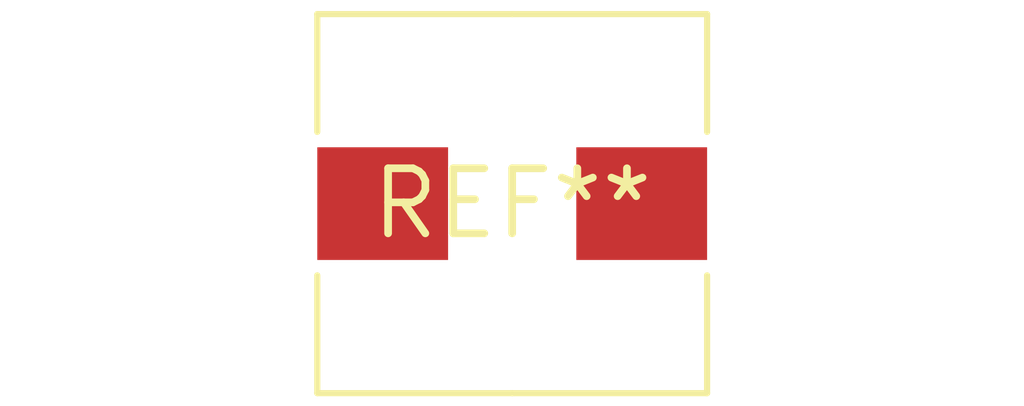
<source format=kicad_pcb>
(kicad_pcb (version 20240108) (generator pcbnew)
  (layers (0 "F.Cu" signal) (31 "B.Cu" signal) (34 "B.Paste" user) (35 "F.Paste" user) (36 "B.SilkS" user "B.Silkscreen") (37 "F.SilkS" user "F.Silkscreen") (38 "B.Mask" user) (39 "F.Mask" user) (44 "Edge.Cuts" user))
  (net 0 "")
  (footprint "L_Wuerth_HCM-7070" (layer "F.Cu") (at 0 0)
    (property "Reference" "REF**")
    (property "Value" "L_Wuerth_HCM-7070")
    (fp_line (start -3.8 -3.7) (end 0 -3.7) (layer "F.SilkS") (stroke (width 0.12)))
    (fp_line (start -3.8 -1.4) (end -3.8 -3.7) (layer "F.SilkS") (stroke (width 0.12)))
    (fp_line (start -3.8 1.4) (end -3.8 3.7) (layer "F.SilkS") (stroke (width 0.12)))
    (fp_line (start -3.8 3.7) (end 0 3.7) (layer "F.SilkS") (stroke (width 0.12)))
    (fp_line (start 3.8 -3.7) (end 0 -3.7) (layer "F.SilkS") (stroke (width 0.12)))
    (fp_line (start 3.8 -1.4) (end 3.8 -3.7) (layer "F.SilkS") (stroke (width 0.12)))
    (fp_line (start 3.8 1.4) (end 3.8 3.7) (layer "F.SilkS") (stroke (width 0.12)))
    (fp_line (start 3.8 3.7) (end 0 3.7) (layer "F.SilkS") (stroke (width 0.12)))
    (pad "1" smd rect (at -2.525 0) (size 2.55 2.2) (layers "F.Cu" "F.Paste" "F.Mask"))
    (pad "2" smd rect (at 2.525 0) (size 2.55 2.2) (layers "F.Cu" "F.Paste" "F.Mask"))
  )
)
</source>
